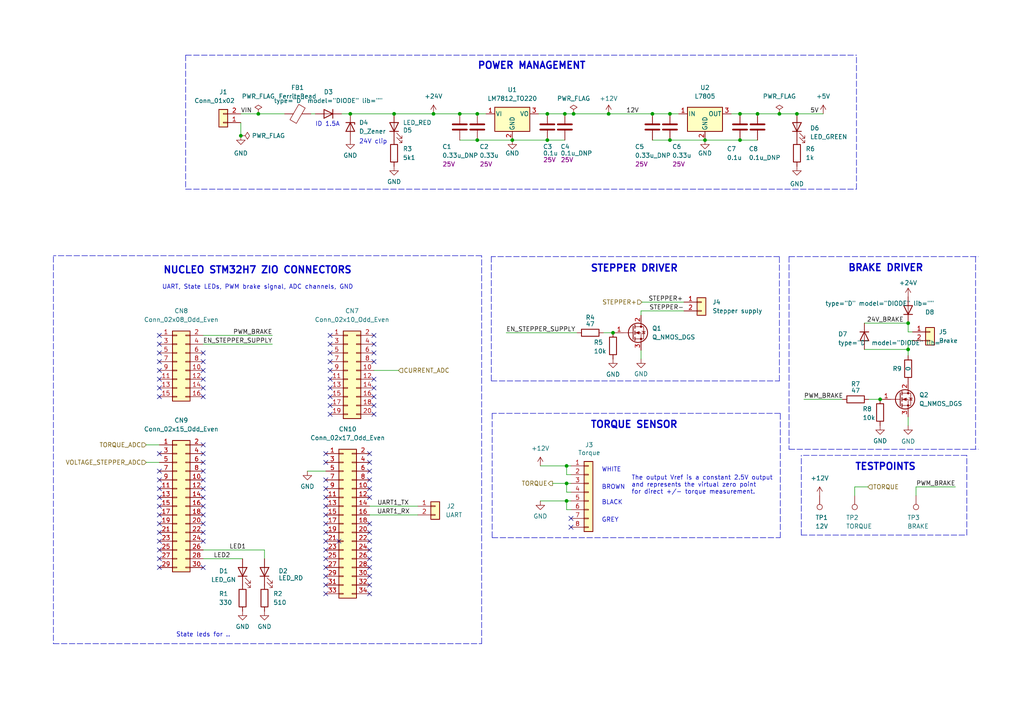
<source format=kicad_sch>
(kicad_sch (version 20211123) (generator eeschema)
  (paper "A4")
  (lib_symbols
    (symbol "Connector:TestPoint" (pin_numbers hide) (pin_names (offset 0.762) hide)
      (property "Reference" "TP" (at 0 6.858 0))
      (property "Value" "TestPoint" (at 0 5.08 0))
      (symbol "TestPoint_0_1"
        (circle (center 0 3.302) (radius 0.762))
      )
      (symbol "TestPoint_1_1"
        (pin passive line (at 0 0 90) (length 2.54) (name "1") (number "1"))
      )
    )
    (symbol "Connector_Generic:Conn_01x02" (pin_names (offset 1.016) hide)
      (property "Reference" "J" (at 0 2.54 0))
      (property "Value" "Conn_01x02" (at 0 -5.08 0))
      (symbol "Conn_01x02_1_1"
        (rectangle (start -1.27 -2.413) (end 0 -2.667) (stroke (width 0.1524)))
        (rectangle (start -1.27 0.127) (end 0 -0.127) (stroke (width 0.1524)))
        (rectangle (start -1.27 1.27) (end 1.27 -3.81) (stroke (width 0.254)) (fill (type background)))
        (pin passive line (at -5.08 0 0) (length 3.81) (name "Pin_1") (number "1"))
        (pin passive line (at -5.08 -2.54 0) (length 3.81) (name "Pin_2") (number "2"))
      )
    )
    (symbol "Connector_Generic:Conn_01x08" (pin_names (offset 1.016) hide)
      (property "Reference" "J" (at 0 10.16 0))
      (property "Value" "Conn_01x08" (at 0 -12.7 0))
      (symbol "Conn_01x08_1_1"
        (rectangle (start -1.27 -10.033) (end 0 -10.287) (stroke (width 0.1524)))
        (rectangle (start -1.27 -7.493) (end 0 -7.747) (stroke (width 0.1524)))
        (rectangle (start -1.27 -4.953) (end 0 -5.207) (stroke (width 0.1524)))
        (rectangle (start -1.27 -2.413) (end 0 -2.667) (stroke (width 0.1524)))
        (rectangle (start -1.27 0.127) (end 0 -0.127) (stroke (width 0.1524)))
        (rectangle (start -1.27 2.667) (end 0 2.413) (stroke (width 0.1524)))
        (rectangle (start -1.27 5.207) (end 0 4.953) (stroke (width 0.1524)))
        (rectangle (start -1.27 7.747) (end 0 7.493) (stroke (width 0.1524)))
        (rectangle (start -1.27 8.89) (end 1.27 -11.43) (stroke (width 0.254)) (fill (type background)))
        (pin passive line (at -5.08 7.62 0) (length 3.81) (name "Pin_1") (number "1"))
        (pin passive line (at -5.08 5.08 0) (length 3.81) (name "Pin_2") (number "2"))
        (pin passive line (at -5.08 2.54 0) (length 3.81) (name "Pin_3") (number "3"))
        (pin passive line (at -5.08 0 0) (length 3.81) (name "Pin_4") (number "4"))
        (pin passive line (at -5.08 -2.54 0) (length 3.81) (name "Pin_5") (number "5"))
        (pin passive line (at -5.08 -5.08 0) (length 3.81) (name "Pin_6") (number "6"))
        (pin passive line (at -5.08 -7.62 0) (length 3.81) (name "Pin_7") (number "7"))
        (pin passive line (at -5.08 -10.16 0) (length 3.81) (name "Pin_8") (number "8"))
      )
    )
    (symbol "Connector_Generic:Conn_02x08_Odd_Even" (pin_names (offset 1.016) hide)
      (property "Reference" "J" (at 1.27 10.16 0))
      (property "Value" "Conn_02x08_Odd_Even" (at 1.27 -12.7 0))
      (symbol "Conn_02x08_Odd_Even_1_1"
        (rectangle (start -1.27 -10.033) (end 0 -10.287) (stroke (width 0.1524)))
        (rectangle (start -1.27 -7.493) (end 0 -7.747) (stroke (width 0.1524)))
        (rectangle (start -1.27 -4.953) (end 0 -5.207) (stroke (width 0.1524)))
        (rectangle (start -1.27 -2.413) (end 0 -2.667) (stroke (width 0.1524)))
        (rectangle (start -1.27 0.127) (end 0 -0.127) (stroke (width 0.1524)))
        (rectangle (start -1.27 2.667) (end 0 2.413) (stroke (width 0.1524)))
        (rectangle (start -1.27 5.207) (end 0 4.953) (stroke (width 0.1524)))
        (rectangle (start -1.27 7.747) (end 0 7.493) (stroke (width 0.1524)))
        (rectangle (start -1.27 8.89) (end 3.81 -11.43) (stroke (width 0.254)) (fill (type background)))
        (rectangle (start 3.81 -10.033) (end 2.54 -10.287) (stroke (width 0.1524)))
        (rectangle (start 3.81 -7.493) (end 2.54 -7.747) (stroke (width 0.1524)))
        (rectangle (start 3.81 -4.953) (end 2.54 -5.207) (stroke (width 0.1524)))
        (rectangle (start 3.81 -2.413) (end 2.54 -2.667) (stroke (width 0.1524)))
        (rectangle (start 3.81 0.127) (end 2.54 -0.127) (stroke (width 0.1524)))
        (rectangle (start 3.81 2.667) (end 2.54 2.413) (stroke (width 0.1524)))
        (rectangle (start 3.81 5.207) (end 2.54 4.953) (stroke (width 0.1524)))
        (rectangle (start 3.81 7.747) (end 2.54 7.493) (stroke (width 0.1524)))
        (pin passive line (at -5.08 7.62 0) (length 3.81) (name "Pin_1") (number "1"))
        (pin passive line (at 7.62 -2.54 180) (length 3.81) (name "Pin_10") (number "10"))
        (pin passive line (at -5.08 -5.08 0) (length 3.81) (name "Pin_11") (number "11"))
        (pin passive line (at 7.62 -5.08 180) (length 3.81) (name "Pin_12") (number "12"))
        (pin passive line (at -5.08 -7.62 0) (length 3.81) (name "Pin_13") (number "13"))
        (pin passive line (at 7.62 -7.62 180) (length 3.81) (name "Pin_14") (number "14"))
        (pin passive line (at -5.08 -10.16 0) (length 3.81) (name "Pin_15") (number "15"))
        (pin passive line (at 7.62 -10.16 180) (length 3.81) (name "Pin_16") (number "16"))
        (pin passive line (at 7.62 7.62 180) (length 3.81) (name "Pin_2") (number "2"))
        (pin passive line (at -5.08 5.08 0) (length 3.81) (name "Pin_3") (number "3"))
        (pin passive line (at 7.62 5.08 180) (length 3.81) (name "Pin_4") (number "4"))
        (pin passive line (at -5.08 2.54 0) (length 3.81) (name "Pin_5") (number "5"))
        (pin passive line (at 7.62 2.54 180) (length 3.81) (name "Pin_6") (number "6"))
        (pin passive line (at -5.08 0 0) (length 3.81) (name "Pin_7") (number "7"))
        (pin passive line (at 7.62 0 180) (length 3.81) (name "Pin_8") (number "8"))
        (pin passive line (at -5.08 -2.54 0) (length 3.81) (name "Pin_9") (number "9"))
      )
    )
    (symbol "Connector_Generic:Conn_02x10_Odd_Even" (pin_names (offset 1.016) hide)
      (property "Reference" "J" (at 1.27 12.7 0))
      (property "Value" "Conn_02x10_Odd_Even" (at 1.27 -15.24 0))
      (symbol "Conn_02x10_Odd_Even_1_1"
        (rectangle (start -1.27 -12.573) (end 0 -12.827) (stroke (width 0.1524)))
        (rectangle (start -1.27 -10.033) (end 0 -10.287) (stroke (width 0.1524)))
        (rectangle (start -1.27 -7.493) (end 0 -7.747) (stroke (width 0.1524)))
        (rectangle (start -1.27 -4.953) (end 0 -5.207) (stroke (width 0.1524)))
        (rectangle (start -1.27 -2.413) (end 0 -2.667) (stroke (width 0.1524)))
        (rectangle (start -1.27 0.127) (end 0 -0.127) (stroke (width 0.1524)))
        (rectangle (start -1.27 2.667) (end 0 2.413) (stroke (width 0.1524)))
        (rectangle (start -1.27 5.207) (end 0 4.953) (stroke (width 0.1524)))
        (rectangle (start -1.27 7.747) (end 0 7.493) (stroke (width 0.1524)))
        (rectangle (start -1.27 10.287) (end 0 10.033) (stroke (width 0.1524)))
        (rectangle (start -1.27 11.43) (end 3.81 -13.97) (stroke (width 0.254)) (fill (type background)))
        (rectangle (start 3.81 -12.573) (end 2.54 -12.827) (stroke (width 0.1524)))
        (rectangle (start 3.81 -10.033) (end 2.54 -10.287) (stroke (width 0.1524)))
        (rectangle (start 3.81 -7.493) (end 2.54 -7.747) (stroke (width 0.1524)))
        (rectangle (start 3.81 -4.953) (end 2.54 -5.207) (stroke (width 0.1524)))
        (rectangle (start 3.81 -2.413) (end 2.54 -2.667) (stroke (width 0.1524)))
        (rectangle (start 3.81 0.127) (end 2.54 -0.127) (stroke (width 0.1524)))
        (rectangle (start 3.81 2.667) (end 2.54 2.413) (stroke (width 0.1524)))
        (rectangle (start 3.81 5.207) (end 2.54 4.953) (stroke (width 0.1524)))
        (rectangle (start 3.81 7.747) (end 2.54 7.493) (stroke (width 0.1524)))
        (rectangle (start 3.81 10.287) (end 2.54 10.033) (stroke (width 0.1524)))
        (pin passive line (at -5.08 10.16 0) (length 3.81) (name "Pin_1") (number "1"))
        (pin passive line (at 7.62 0 180) (length 3.81) (name "Pin_10") (number "10"))
        (pin passive line (at -5.08 -2.54 0) (length 3.81) (name "Pin_11") (number "11"))
        (pin passive line (at 7.62 -2.54 180) (length 3.81) (name "Pin_12") (number "12"))
        (pin passive line (at -5.08 -5.08 0) (length 3.81) (name "Pin_13") (number "13"))
        (pin passive line (at 7.62 -5.08 180) (length 3.81) (name "Pin_14") (number "14"))
        (pin passive line (at -5.08 -7.62 0) (length 3.81) (name "Pin_15") (number "15"))
        (pin passive line (at 7.62 -7.62 180) (length 3.81) (name "Pin_16") (number "16"))
        (pin passive line (at -5.08 -10.16 0) (length 3.81) (name "Pin_17") (number "17"))
        (pin passive line (at 7.62 -10.16 180) (length 3.81) (name "Pin_18") (number "18"))
        (pin passive line (at -5.08 -12.7 0) (length 3.81) (name "Pin_19") (number "19"))
        (pin passive line (at 7.62 10.16 180) (length 3.81) (name "Pin_2") (number "2"))
        (pin passive line (at 7.62 -12.7 180) (length 3.81) (name "Pin_20") (number "20"))
        (pin passive line (at -5.08 7.62 0) (length 3.81) (name "Pin_3") (number "3"))
        (pin passive line (at 7.62 7.62 180) (length 3.81) (name "Pin_4") (number "4"))
        (pin passive line (at -5.08 5.08 0) (length 3.81) (name "Pin_5") (number "5"))
        (pin passive line (at 7.62 5.08 180) (length 3.81) (name "Pin_6") (number "6"))
        (pin passive line (at -5.08 2.54 0) (length 3.81) (name "Pin_7") (number "7"))
        (pin passive line (at 7.62 2.54 180) (length 3.81) (name "Pin_8") (number "8"))
        (pin passive line (at -5.08 0 0) (length 3.81) (name "Pin_9") (number "9"))
      )
    )
    (symbol "Connector_Generic:Conn_02x15_Odd_Even" (pin_names (offset 1.016) hide)
      (property "Reference" "J" (at 1.27 20.32 0))
      (property "Value" "Conn_02x15_Odd_Even" (at 1.27 -20.32 0))
      (symbol "Conn_02x15_Odd_Even_1_1"
        (rectangle (start -1.27 -17.653) (end 0 -17.907) (stroke (width 0.1524)))
        (rectangle (start -1.27 -15.113) (end 0 -15.367) (stroke (width 0.1524)))
        (rectangle (start -1.27 -12.573) (end 0 -12.827) (stroke (width 0.1524)))
        (rectangle (start -1.27 -10.033) (end 0 -10.287) (stroke (width 0.1524)))
        (rectangle (start -1.27 -7.493) (end 0 -7.747) (stroke (width 0.1524)))
        (rectangle (start -1.27 -4.953) (end 0 -5.207) (stroke (width 0.1524)))
        (rectangle (start -1.27 -2.413) (end 0 -2.667) (stroke (width 0.1524)))
        (rectangle (start -1.27 0.127) (end 0 -0.127) (stroke (width 0.1524)))
        (rectangle (start -1.27 2.667) (end 0 2.413) (stroke (width 0.1524)))
        (rectangle (start -1.27 5.207) (end 0 4.953) (stroke (width 0.1524)))
        (rectangle (start -1.27 7.747) (end 0 7.493) (stroke (width 0.1524)))
        (rectangle (start -1.27 10.287) (end 0 10.033) (stroke (width 0.1524)))
        (rectangle (start -1.27 12.827) (end 0 12.573) (stroke (width 0.1524)))
        (rectangle (start -1.27 15.367) (end 0 15.113) (stroke (width 0.1524)))
        (rectangle (start -1.27 17.907) (end 0 17.653) (stroke (width 0.1524)))
        (rectangle (start -1.27 19.05) (end 3.81 -19.05) (stroke (width 0.254)) (fill (type background)))
        (rectangle (start 3.81 -17.653) (end 2.54 -17.907) (stroke (width 0.1524)))
        (rectangle (start 3.81 -15.113) (end 2.54 -15.367) (stroke (width 0.1524)))
        (rectangle (start 3.81 -12.573) (end 2.54 -12.827) (stroke (width 0.1524)))
        (rectangle (start 3.81 -10.033) (end 2.54 -10.287) (stroke (width 0.1524)))
        (rectangle (start 3.81 -7.493) (end 2.54 -7.747) (stroke (width 0.1524)))
        (rectangle (start 3.81 -4.953) (end 2.54 -5.207) (stroke (width 0.1524)))
        (rectangle (start 3.81 -2.413) (end 2.54 -2.667) (stroke (width 0.1524)))
        (rectangle (start 3.81 0.127) (end 2.54 -0.127) (stroke (width 0.1524)))
        (rectangle (start 3.81 2.667) (end 2.54 2.413) (stroke (width 0.1524)))
        (rectangle (start 3.81 5.207) (end 2.54 4.953) (stroke (width 0.1524)))
        (rectangle (start 3.81 7.747) (end 2.54 7.493) (stroke (width 0.1524)))
        (rectangle (start 3.81 10.287) (end 2.54 10.033) (stroke (width 0.1524)))
        (rectangle (start 3.81 12.827) (end 2.54 12.573) (stroke (width 0.1524)))
        (rectangle (start 3.81 15.367) (end 2.54 15.113) (stroke (width 0.1524)))
        (rectangle (start 3.81 17.907) (end 2.54 17.653) (stroke (width 0.1524)))
        (pin passive line (at -5.08 17.78 0) (length 3.81) (name "Pin_1") (number "1"))
        (pin passive line (at 7.62 7.62 180) (length 3.81) (name "Pin_10") (number "10"))
        (pin passive line (at -5.08 5.08 0) (length 3.81) (name "Pin_11") (number "11"))
        (pin passive line (at 7.62 5.08 180) (length 3.81) (name "Pin_12") (number "12"))
        (pin passive line (at -5.08 2.54 0) (length 3.81) (name "Pin_13") (number "13"))
        (pin passive line (at 7.62 2.54 180) (length 3.81) (name "Pin_14") (number "14"))
        (pin passive line (at -5.08 0 0) (length 3.81) (name "Pin_15") (number "15"))
        (pin passive line (at 7.62 0 180) (length 3.81) (name "Pin_16") (number "16"))
        (pin passive line (at -5.08 -2.54 0) (length 3.81) (name "Pin_17") (number "17"))
        (pin passive line (at 7.62 -2.54 180) (length 3.81) (name "Pin_18") (number "18"))
        (pin passive line (at -5.08 -5.08 0) (length 3.81) (name "Pin_19") (number "19"))
        (pin passive line (at 7.62 17.78 180) (length 3.81) (name "Pin_2") (number "2"))
        (pin passive line (at 7.62 -5.08 180) (length 3.81) (name "Pin_20") (number "20"))
        (pin passive line (at -5.08 -7.62 0) (length 3.81) (name "Pin_21") (number "21"))
        (pin passive line (at 7.62 -7.62 180) (length 3.81) (name "Pin_22") (number "22"))
        (pin passive line (at -5.08 -10.16 0) (length 3.81) (name "Pin_23") (number "23"))
        (pin passive line (at 7.62 -10.16 180) (length 3.81) (name "Pin_24") (number "24"))
        (pin passive line (at -5.08 -12.7 0) (length 3.81) (name "Pin_25") (number "25"))
        (pin passive line (at 7.62 -12.7 180) (length 3.81) (name "Pin_26") (number "26"))
        (pin passive line (at -5.08 -15.24 0) (length 3.81) (name "Pin_27") (number "27"))
        (pin passive line (at 7.62 -15.24 180) (length 3.81) (name "Pin_28") (number "28"))
        (pin passive line (at -5.08 -17.78 0) (length 3.81) (name "Pin_29") (number "29"))
        (pin passive line (at -5.08 15.24 0) (length 3.81) (name "Pin_3") (number "3"))
        (pin passive line (at 7.62 -17.78 180) (length 3.81) (name "Pin_30") (number "30"))
        (pin passive line (at 7.62 15.24 180) (length 3.81) (name "Pin_4") (number "4"))
        (pin passive line (at -5.08 12.7 0) (length 3.81) (name "Pin_5") (number "5"))
        (pin passive line (at 7.62 12.7 180) (length 3.81) (name "Pin_6") (number "6"))
        (pin passive line (at -5.08 10.16 0) (length 3.81) (name "Pin_7") (number "7"))
        (pin passive line (at 7.62 10.16 180) (length 3.81) (name "Pin_8") (number "8"))
        (pin passive line (at -5.08 7.62 0) (length 3.81) (name "Pin_9") (number "9"))
      )
    )
    (symbol "Connector_Generic:Conn_02x17_Odd_Even" (pin_names (offset 1.016) hide)
      (property "Reference" "J" (at 1.27 22.86 0))
      (property "Value" "Conn_02x17_Odd_Even" (at 1.27 -22.86 0))
      (symbol "Conn_02x17_Odd_Even_1_1"
        (rectangle (start -1.27 -20.193) (end 0 -20.447) (stroke (width 0.1524)))
        (rectangle (start -1.27 -17.653) (end 0 -17.907) (stroke (width 0.1524)))
        (rectangle (start -1.27 -15.113) (end 0 -15.367) (stroke (width 0.1524)))
        (rectangle (start -1.27 -12.573) (end 0 -12.827) (stroke (width 0.1524)))
        (rectangle (start -1.27 -10.033) (end 0 -10.287) (stroke (width 0.1524)))
        (rectangle (start -1.27 -7.493) (end 0 -7.747) (stroke (width 0.1524)))
        (rectangle (start -1.27 -4.953) (end 0 -5.207) (stroke (width 0.1524)))
        (rectangle (start -1.27 -2.413) (end 0 -2.667) (stroke (width 0.1524)))
        (rectangle (start -1.27 0.127) (end 0 -0.127) (stroke (width 0.1524)))
        (rectangle (start -1.27 2.667) (end 0 2.413) (stroke (width 0.1524)))
        (rectangle (start -1.27 5.207) (end 0 4.953) (stroke (width 0.1524)))
        (rectangle (start -1.27 7.747) (end 0 7.493) (stroke (width 0.1524)))
        (rectangle (start -1.27 10.287) (end 0 10.033) (stroke (width 0.1524)))
        (rectangle (start -1.27 12.827) (end 0 12.573) (stroke (width 0.1524)))
        (rectangle (start -1.27 15.367) (end 0 15.113) (stroke (width 0.1524)))
        (rectangle (start -1.27 17.907) (end 0 17.653) (stroke (width 0.1524)))
        (rectangle (start -1.27 20.447) (end 0 20.193) (stroke (width 0.1524)))
        (rectangle (start -1.27 21.59) (end 3.81 -21.59) (stroke (width 0.254)) (fill (type background)))
        (rectangle (start 3.81 -20.193) (end 2.54 -20.447) (stroke (width 0.1524)))
        (rectangle (start 3.81 -17.653) (end 2.54 -17.907) (stroke (width 0.1524)))
        (rectangle (start 3.81 -15.113) (end 2.54 -15.367) (stroke (width 0.1524)))
        (rectangle (start 3.81 -12.573) (end 2.54 -12.827) (stroke (width 0.1524)))
        (rectangle (start 3.81 -10.033) (end 2.54 -10.287) (stroke (width 0.1524)))
        (rectangle (start 3.81 -7.493) (end 2.54 -7.747) (stroke (width 0.1524)))
        (rectangle (start 3.81 -4.953) (end 2.54 -5.207) (stroke (width 0.1524)))
        (rectangle (start 3.81 -2.413) (end 2.54 -2.667) (stroke (width 0.1524)))
        (rectangle (start 3.81 0.127) (end 2.54 -0.127) (stroke (width 0.1524)))
        (rectangle (start 3.81 2.667) (end 2.54 2.413) (stroke (width 0.1524)))
        (rectangle (start 3.81 5.207) (end 2.54 4.953) (stroke (width 0.1524)))
        (rectangle (start 3.81 7.747) (end 2.54 7.493) (stroke (width 0.1524)))
        (rectangle (start 3.81 10.287) (end 2.54 10.033) (stroke (width 0.1524)))
        (rectangle (start 3.81 12.827) (end 2.54 12.573) (stroke (width 0.1524)))
        (rectangle (start 3.81 15.367) (end 2.54 15.113) (stroke (width 0.1524)))
        (rectangle (start 3.81 17.907) (end 2.54 17.653) (stroke (width 0.1524)))
        (rectangle (start 3.81 20.447) (end 2.54 20.193) (stroke (width 0.1524)))
        (pin passive line (at -5.08 20.32 0) (length 3.81) (name "Pin_1") (number "1"))
        (pin passive line (at 7.62 10.16 180) (length 3.81) (name "Pin_10") (number "10"))
        (pin passive line (at -5.08 7.62 0) (length 3.81) (name "Pin_11") (number "11"))
        (pin passive line (at 7.62 7.62 180) (length 3.81) (name "Pin_12") (number "12"))
        (pin passive line (at -5.08 5.08 0) (length 3.81) (name "Pin_13") (number "13"))
        (pin passive line (at 7.62 5.08 180) (length 3.81) (name "Pin_14") (number "14"))
        (pin passive line (at -5.08 2.54 0) (length 3.81) (name "Pin_15") (number "15"))
        (pin passive line (at 7.62 2.54 180) (length 3.81) (name "Pin_16") (number "16"))
        (pin passive line (at -5.08 0 0) (length 3.81) (name "Pin_17") (number "17"))
        (pin passive line (at 7.62 0 180) (length 3.81) (name "Pin_18") (number "18"))
        (pin passive line (at -5.08 -2.54 0) (length 3.81) (name "Pin_19") (number "19"))
        (pin passive line (at 7.62 20.32 180) (length 3.81) (name "Pin_2") (number "2"))
        (pin passive line (at 7.62 -2.54 180) (length 3.81) (name "Pin_20") (number "20"))
        (pin passive line (at -5.08 -5.08 0) (length 3.81) (name "Pin_21") (number "21"))
        (pin passive line (at 7.62 -5.08 180) (length 3.81) (name "Pin_22") (number "22"))
        (pin passive line (at -5.08 -7.62 0) (length 3.81) (name "Pin_23") (number "23"))
        (pin passive line (at 7.62 -7.62 180) (length 3.81) (name "Pin_24") (number "24"))
        (pin passive line (at -5.08 -10.16 0) (length 3.81) (name "Pin_25") (number "25"))
        (pin passive line (at 7.62 -10.16 180) (length 3.81) (name "Pin_26") (number "26"))
        (pin passive line (at -5.08 -12.7 0) (length 3.81) (name "Pin_27") (number "27"))
        (pin passive line (at 7.62 -12.7 180) (length 3.81) (name "Pin_28") (number "28"))
        (pin passive line (at -5.08 -15.24 0) (length 3.81) (name "Pin_29") (number "29"))
        (pin passive line (at -5.08 17.78 0) (length 3.81) (name "Pin_3") (number "3"))
        (pin passive line (at 7.62 -15.24 180) (length 3.81) (name "Pin_30") (number "30"))
        (pin passive line (at -5.08 -17.78 0) (length 3.81) (name "Pin_31") (number "31"))
        (pin passive line (at 7.62 -17.78 180) (length 3.81) (name "Pin_32") (number "32"))
        (pin passive line (at -5.08 -20.32 0) (length 3.81) (name "Pin_33") (number "33"))
        (pin passive line (at 7.62 -20.32 180) (length 3.81) (name "Pin_34") (number "34"))
        (pin passive line (at 7.62 17.78 180) (length 3.81) (name "Pin_4") (number "4"))
        (pin passive line (at -5.08 15.24 0) (length 3.81) (name "Pin_5") (number "5"))
        (pin passive line (at 7.62 15.24 180) (length 3.81) (name "Pin_6") (number "6"))
        (pin passive line (at -5.08 12.7 0) (length 3.81) (name "Pin_7") (number "7"))
        (pin passive line (at 7.62 12.7 180) (length 3.81) (name "Pin_8") (number "8"))
        (pin passive line (at -5.08 10.16 0) (length 3.81) (name "Pin_9") (number "9"))
      )
    )
    (symbol "Device:C" (pin_numbers hide) (pin_names (offset 0.254))
      (property "Reference" "C" (at 0.635 2.54 0))
      (property "Value" "C" (at 0.635 -2.54 0))
      (symbol "C_0_1"
        (polyline (pts (xy -2.032 -0.762) (xy 2.032 -0.762)) (stroke (width 0.508)))
        (polyline (pts (xy -2.032 0.762) (xy 2.032 0.762)) (stroke (width 0.508)))
      )
      (symbol "C_1_1"
        (pin passive line (at 0 3.81 270) (length 2.794) (name "~") (number "1"))
        (pin passive line (at 0 -3.81 90) (length 2.794) (name "~") (number "2"))
      )
    )
    (symbol "Device:D_Zener" (pin_numbers hide) (pin_names (offset 1.016) hide)
      (property "Reference" "D" (at 0 2.54 0))
      (property "Value" "D_Zener" (at 0 -2.54 0))
      (symbol "D_Zener_0_1"
        (polyline (pts (xy 1.27 0) (xy -1.27 0)))
        (polyline (pts (xy -1.27 -1.27) (xy -1.27 1.27) (xy -0.762 1.27)) (stroke (width 0.254)))
        (polyline (pts (xy 1.27 -1.27) (xy 1.27 1.27) (xy -1.27 0) (xy 1.27 -1.27)) (stroke (width 0.254)))
      )
      (symbol "D_Zener_1_1"
        (pin passive line (at -3.81 0 0) (length 2.54) (name "K") (number "1"))
        (pin passive line (at 3.81 0 180) (length 2.54) (name "A") (number "2"))
      )
    )
    (symbol "Device:FerriteBead" (pin_numbers hide) (pin_names (offset 0))
      (property "Reference" "FB" (at -3.81 0.635 90))
      (property "Value" "FerriteBead" (at 3.81 0 90))
      (symbol "FerriteBead_0_1"
        (polyline (pts (xy 0 -1.27) (xy 0 -1.2192)))
        (polyline (pts (xy 0 1.27) (xy 0 1.2954)))
        (polyline (pts (xy -2.7686 0.4064) (xy -1.7018 2.2606) (xy 2.7686 -0.3048) (xy 1.6764 -2.159) (xy -2.7686 0.4064)))
      )
      (symbol "FerriteBead_1_1"
        (pin passive line (at 0 3.81 270) (length 2.54) (name "~") (number "1"))
        (pin passive line (at 0 -3.81 90) (length 2.54) (name "~") (number "2"))
      )
    )
    (symbol "Device:LED" (pin_numbers hide) (pin_names (offset 1.016) hide)
      (property "Reference" "D" (at 0 2.54 0))
      (property "Value" "LED" (at 0 -2.54 0))
      (symbol "LED_0_1"
        (polyline (pts (xy -1.27 -1.27) (xy -1.27 1.27)) (stroke (width 0.254)))
        (polyline (pts (xy -1.27 0) (xy 1.27 0)))
        (polyline (pts (xy 1.27 -1.27) (xy 1.27 1.27) (xy -1.27 0) (xy 1.27 -1.27)) (stroke (width 0.254)))
        (polyline (pts (xy -3.048 -0.762) (xy -4.572 -2.286) (xy -3.81 -2.286) (xy -4.572 -2.286) (xy -4.572 -1.524)))
        (polyline (pts (xy -1.778 -0.762) (xy -3.302 -2.286) (xy -2.54 -2.286) (xy -3.302 -2.286) (xy -3.302 -1.524)))
      )
      (symbol "LED_1_1"
        (pin passive line (at -3.81 0 0) (length 2.54) (name "K") (number "1"))
        (pin passive line (at 3.81 0 180) (length 2.54) (name "A") (number "2"))
      )
    )
    (symbol "Device:Q_NMOS_GDS" (pin_names (offset 0) hide)
      (property "Reference" "Q" (at 5.08 1.27 0))
      (property "Value" "Q_NMOS_GDS" (at 5.08 -1.27 0))
      (symbol "Q_NMOS_GDS_0_1"
        (polyline (pts (xy 0.254 0) (xy -2.54 0)))
        (polyline (pts (xy 0.254 1.905) (xy 0.254 -1.905)) (stroke (width 0.254)))
        (polyline (pts (xy 0.762 -1.27) (xy 0.762 -2.286)) (stroke (width 0.254)))
        (polyline (pts (xy 0.762 0.508) (xy 0.762 -0.508)) (stroke (width 0.254)))
        (polyline (pts (xy 0.762 2.286) (xy 0.762 1.27)) (stroke (width 0.254)))
        (polyline (pts (xy 2.54 2.54) (xy 2.54 1.778)))
        (polyline (pts (xy 2.54 -2.54) (xy 2.54 0) (xy 0.762 0)))
        (polyline (pts (xy 0.762 -1.778) (xy 3.302 -1.778) (xy 3.302 1.778) (xy 0.762 1.778)))
        (polyline (pts (xy 1.016 0) (xy 2.032 0.381) (xy 2.032 -0.381) (xy 1.016 0)) (fill (type outline)))
        (polyline (pts (xy 2.794 0.508) (xy 2.921 0.381) (xy 3.683 0.381) (xy 3.81 0.254)))
        (polyline (pts (xy 3.302 0.381) (xy 2.921 -0.254) (xy 3.683 -0.254) (xy 3.302 0.381)))
        (circle (center 1.651 0) (radius 2.794) (stroke (width 0.254)))
        (circle (center 2.54 -1.778) (radius 0.254) (fill (type outline)))
        (circle (center 2.54 1.778) (radius 0.254) (fill (type outline)))
      )
      (symbol "Q_NMOS_GDS_1_1"
        (pin input line (at -5.08 0 0) (length 2.54) (name "G") (number "1"))
        (pin passive line (at 2.54 5.08 270) (length 2.54) (name "D") (number "2"))
        (pin passive line (at 2.54 -5.08 90) (length 2.54) (name "S") (number "3"))
      )
    )
    (symbol "Device:R" (pin_numbers hide) (pin_names (offset 0))
      (property "Reference" "R" (at 2.032 0 90))
      (property "Value" "R" (at 0 0 90))
      (symbol "R_0_1"
        (rectangle (start -1.016 -2.54) (end 1.016 2.54) (stroke (width 0.254)))
      )
      (symbol "R_1_1"
        (pin passive line (at 0 3.81 270) (length 1.27) (name "~") (number "1"))
        (pin passive line (at 0 -3.81 90) (length 1.27) (name "~") (number "2"))
      )
    )
    (symbol "Regulator_Linear:L7805" (pin_names (offset 0.254))
      (property "Reference" "U" (at -3.81 3.175 0))
      (property "Value" "L7805" (at 0 3.175 0))
      (symbol "L7805_0_1"
        (rectangle (start -5.08 1.905) (end 5.08 -5.08) (stroke (width 0.254)) (fill (type background)))
      )
      (symbol "L7805_1_1"
        (pin power_in line (at -7.62 0 0) (length 2.54) (name "IN") (number "1"))
        (pin power_in line (at 0 -7.62 90) (length 2.54) (name "GND") (number "2"))
        (pin power_out line (at 7.62 0 180) (length 2.54) (name "OUT") (number "3"))
      )
    )
    (symbol "Regulator_Linear:LM7812_TO220" (pin_names (offset 0.254))
      (property "Reference" "U" (at -3.81 3.175 0))
      (property "Value" "LM7812_TO220" (at 0 3.175 0))
      (symbol "LM7812_TO220_0_1"
        (rectangle (start -5.08 1.905) (end 5.08 -5.08) (stroke (width 0.254)) (fill (type background)))
      )
      (symbol "LM7812_TO220_1_1"
        (pin power_in line (at -7.62 0 0) (length 2.54) (name "VI") (number "1"))
        (pin power_in line (at 0 -7.62 90) (length 2.54) (name "GND") (number "2"))
        (pin power_out line (at 7.62 0 180) (length 2.54) (name "VO") (number "3"))
      )
    )
    (symbol "Simulation_SPICE:DIODE" (pin_numbers hide) (pin_names (offset 1.016) hide)
      (property "Reference" "D" (at 0 2.54 0))
      (property "Value" "DIODE" (at 0 -2.54 0))
      (symbol "DIODE_0_1"
        (polyline (pts (xy 1.27 0) (xy -1.27 0)))
        (polyline (pts (xy 1.27 1.27) (xy 1.27 -1.27)) (stroke (width 0.254)))
        (polyline (pts (xy -1.27 -1.27) (xy -1.27 1.27) (xy 1.27 0) (xy -1.27 -1.27)) (stroke (width 0.254)))
      )
      (symbol "DIODE_1_1"
        (pin passive line (at -3.81 0 0) (length 2.54) (name "A") (number "1"))
        (pin passive line (at 3.81 0 180) (length 2.54) (name "K") (number "2"))
      )
    )
    (symbol "power:+12V" (power) (pin_names (offset 0))
      (property "Value" "+12V" (at 0 3.556 0))
      (symbol "+12V_0_1"
        (polyline (pts (xy -0.762 1.27) (xy 0 2.54)))
        (polyline (pts (xy 0 0) (xy 0 2.54)))
        (polyline (pts (xy 0 2.54) (xy 0.762 1.27)))
      )
      (symbol "+12V_1_1"
        (pin power_in line (at 0 0 90) (length 0) hide (name "+12V") (number "1"))
      )
    )
    (symbol "power:+24V" (power) (pin_names (offset 0))
      (property "Value" "+24V" (at 0 3.556 0))
      (symbol "+24V_0_1"
        (polyline (pts (xy -0.762 1.27) (xy 0 2.54)))
        (polyline (pts (xy 0 0) (xy 0 2.54)))
        (polyline (pts (xy 0 2.54) (xy 0.762 1.27)))
      )
      (symbol "+24V_1_1"
        (pin power_in line (at 0 0 90) (length 0) hide (name "+24V") (number "1"))
      )
    )
    (symbol "power:+5V" (power) (pin_names (offset 0))
      (property "Value" "+5V" (at 0 3.556 0))
      (symbol "+5V_0_1"
        (polyline (pts (xy -0.762 1.27) (xy 0 2.54)))
        (polyline (pts (xy 0 0) (xy 0 2.54)))
        (polyline (pts (xy 0 2.54) (xy 0.762 1.27)))
      )
      (symbol "+5V_1_1"
        (pin power_in line (at 0 0 90) (length 0) hide (name "+5V") (number "1"))
      )
    )
    (symbol "power:GND" (power) (pin_names (offset 0))
      (property "Value" "GND" (at 0 -3.81 0))
      (symbol "GND_0_1"
        (polyline (pts (xy 0 0) (xy 0 -1.27) (xy 1.27 -1.27) (xy 0 -2.54) (xy -1.27 -1.27) (xy 0 -1.27)))
      )
      (symbol "GND_1_1"
        (pin power_in line (at 0 0 270) (length 0) hide (name "GND") (number "1"))
      )
    )
    (symbol "power:PWR_FLAG" (power) (pin_numbers hide) (pin_names (offset 0) hide)
      (property "Value" "PWR_FLAG" (at 0 3.81 0))
      (symbol "PWR_FLAG_0_0"
        (pin power_out line (at 0 0 90) (length 0) (name "pwr") (number "1"))
      )
      (symbol "PWR_FLAG_0_1"
        (polyline (pts (xy 0 0) (xy 0 1.27) (xy -1.016 1.905) (xy 0 2.54) (xy 1.016 1.905) (xy 0 1.27)))
      )
    )
  )
  (junction (at 255.27 115.824))
  (junction (at 138.43 33.02))
  (junction (at 231.14 33.02))
  (junction (at 125.73 33.02))
  (junction (at 133.35 33.02))
  (junction (at 194.31 40.64))
  (junction (at 148.59 40.64))
  (junction (at 214.63 33.02))
  (junction (at 204.47 40.64))
  (junction (at 74.93 33.02))
  (junction (at 164.338 145.288))
  (junction (at 177.8 96.52))
  (junction (at 164.338 140.208))
  (junction (at 158.75 40.64))
  (junction (at 263.398 101.346))
  (junction (at 69.85 39.37))
  (junction (at 101.6 33.02))
  (junction (at 214.63 40.64))
  (junction (at 138.43 40.64))
  (junction (at 166.37 33.02))
  (junction (at 114.3 33.02))
  (junction (at 194.31 33.02))
  (junction (at 263.398 93.726))
  (junction (at 219.71 33.02))
  (junction (at 164.338 135.128))
  (junction (at 163.83 33.02))
  (junction (at 189.23 33.02))
  (junction (at 176.53 33.02))
  (junction (at 158.75 33.02))
  (junction (at 226.06 33.02))
  (no_connect (at 58.928 115.062))
  (no_connect (at 58.928 136.652))
  (no_connect (at 107.188 169.672))
  (no_connect (at 58.928 107.442))
  (no_connect (at 46.228 162.052))
  (no_connect (at 94.488 141.732))
  (no_connect (at 107.188 156.972))
  (no_connect (at 94.488 164.592))
  (no_connect (at 46.228 144.272))
  (no_connect (at 108.458 109.982))
  (no_connect (at 46.228 131.572))
  (no_connect (at 94.488 162.052))
  (no_connect (at 46.228 156.972))
  (no_connect (at 107.188 151.892))
  (no_connect (at 94.488 144.272))
  (no_connect (at 108.458 97.282))
  (no_connect (at 94.488 134.112))
  (no_connect (at 58.928 144.272))
  (no_connect (at 58.928 139.192))
  (no_connect (at 46.228 102.362))
  (no_connect (at 94.488 139.192))
  (no_connect (at 95.758 102.362))
  (no_connect (at 107.188 159.512))
  (no_connect (at 46.228 154.432))
  (no_connect (at 95.758 109.982))
  (no_connect (at 46.228 159.512))
  (no_connect (at 95.758 107.442))
  (no_connect (at 58.928 154.432))
  (no_connect (at 94.488 172.212))
  (no_connect (at 46.228 136.652))
  (no_connect (at 95.758 97.282))
  (no_connect (at 107.188 167.132))
  (no_connect (at 94.488 167.132))
  (no_connect (at 58.928 151.892))
  (no_connect (at 94.488 151.892))
  (no_connect (at 58.928 131.572))
  (no_connect (at 95.758 115.062))
  (no_connect (at 95.758 117.602))
  (no_connect (at 46.228 139.192))
  (no_connect (at 94.488 154.432))
  (no_connect (at 107.188 141.732))
  (no_connect (at 46.228 104.902))
  (no_connect (at 165.608 150.368))
  (no_connect (at 46.228 97.282))
  (no_connect (at 95.758 99.822))
  (no_connect (at 108.458 102.362))
  (no_connect (at 58.928 156.972))
  (no_connect (at 107.188 172.212))
  (no_connect (at 58.928 102.362))
  (no_connect (at 94.488 156.972))
  (no_connect (at 46.228 149.352))
  (no_connect (at 94.488 131.572))
  (no_connect (at 107.188 162.052))
  (no_connect (at 107.188 131.572))
  (no_connect (at 46.228 146.812))
  (no_connect (at 46.228 115.062))
  (no_connect (at 94.488 146.812))
  (no_connect (at 95.758 112.522))
  (no_connect (at 108.458 104.902))
  (no_connect (at 107.188 139.192))
  (no_connect (at 58.928 112.522))
  (no_connect (at 58.928 129.032))
  (no_connect (at 108.458 117.602))
  (no_connect (at 58.928 104.902))
  (no_connect (at 107.188 154.432))
  (no_connect (at 95.758 104.902))
  (no_connect (at 58.928 109.982))
  (no_connect (at 58.928 164.592))
  (no_connect (at 58.928 134.112))
  (no_connect (at 58.928 149.352))
  (no_connect (at 108.458 112.522))
  (no_connect (at 107.188 164.592))
  (no_connect (at 107.188 134.112))
  (no_connect (at 46.228 99.822))
  (no_connect (at 46.228 164.592))
  (no_connect (at 46.228 107.442))
  (no_connect (at 107.188 136.652))
  (no_connect (at 98.298 156.972))
  (no_connect (at 165.608 152.908))
  (no_connect (at 46.228 112.522))
  (no_connect (at 108.458 115.062))
  (no_connect (at 94.488 159.512))
  (no_connect (at 107.188 144.272))
  (no_connect (at 94.488 169.672))
  (no_connect (at 46.228 151.892))
  (no_connect (at 95.758 120.142))
  (no_connect (at 58.928 141.732))
  (no_connect (at 94.488 149.352))
  (no_connect (at 46.228 109.982))
  (no_connect (at 108.458 120.142))
  (no_connect (at 58.928 146.812))
  (no_connect (at 46.228 141.732))
  (no_connect (at 108.458 99.822))
  (wire (pts (xy 164.338 140.208) (xy 165.608 140.208)))
  (wire (pts (xy 164.338 137.668) (xy 165.608 137.668)))
  (wire (pts (xy 156.718 135.128) (xy 164.338 135.128)))
  (wire (pts (xy 58.928 159.512) (xy 76.708 159.512)))
  (polyline (pts (xy 226.314 155.956) (xy 226.314 119.888)))
  (wire (pts (xy 165.608 147.828) (xy 164.338 147.828)))
  (wire (pts (xy 69.85 33.02) (xy 74.93 33.02)))
  (wire (pts (xy 251.714 141.224) (xy 247.904 141.224)))
  (wire (pts (xy 164.338 135.128) (xy 164.338 137.668)))
  (wire (pts (xy 226.06 33.02) (xy 231.14 33.02)))
  (wire (pts (xy 233.172 115.824) (xy 244.348 115.824)))
  (polyline (pts (xy 226.314 119.888) (xy 142.748 119.888)))
  (wire (pts (xy 99.06 33.02) (xy 101.6 33.02)))
  (polyline (pts (xy 280.416 132.08) (xy 232.41 132.08)))
  (wire (pts (xy 46.228 134.112) (xy 42.418 134.112)))
  (wire (pts (xy 214.63 40.64) (xy 219.71 40.64)))
  (wire (pts (xy 58.928 99.822) (xy 78.994 99.822)))
  (wire (pts (xy 189.23 33.02) (xy 194.31 33.02)))
  (wire (pts (xy 166.37 33.02) (xy 176.53 33.02)))
  (wire (pts (xy 164.338 135.128) (xy 165.608 135.128)))
  (polyline (pts (xy 232.41 155.194) (xy 280.416 155.194)))
  (wire (pts (xy 58.928 162.052) (xy 70.358 162.052)))
  (wire (pts (xy 212.09 33.02) (xy 214.63 33.02)))
  (polyline (pts (xy 139.7 74.168) (xy 15.494 74.168)))
  (wire (pts (xy 219.71 33.02) (xy 226.06 33.02)))
  (polyline (pts (xy 232.41 155.194) (xy 232.41 132.08)))
  (wire (pts (xy 247.904 141.224) (xy 247.904 143.764)))
  (polyline (pts (xy 226.06 74.422) (xy 142.494 74.422)))
  (wire (pts (xy 107.188 146.812) (xy 121.158 146.812)))
  (wire (pts (xy 251.968 115.824) (xy 255.27 115.824)))
  (wire (pts (xy 263.398 120.904) (xy 263.398 123.444)))
  (polyline (pts (xy 53.848 16.002) (xy 248.412 16.002)))
  (wire (pts (xy 194.31 40.64) (xy 204.47 40.64)))
  (wire (pts (xy 69.85 35.56) (xy 69.85 39.37)))
  (wire (pts (xy 204.47 40.64) (xy 214.63 40.64)))
  (polyline (pts (xy 142.494 74.422) (xy 142.494 110.49)))
  (wire (pts (xy 165.608 142.748) (xy 164.338 142.748)))
  (wire (pts (xy 58.928 97.282) (xy 78.994 97.282)))
  (polyline (pts (xy 228.854 130.302) (xy 283.718 130.302)))
  (wire (pts (xy 185.928 101.6) (xy 185.928 104.14)))
  (polyline (pts (xy 280.416 155.194) (xy 280.416 132.08)))
  (wire (pts (xy 263.398 101.346) (xy 263.398 98.806)))
  (wire (pts (xy 158.75 40.64) (xy 163.83 40.64)))
  (wire (pts (xy 277.114 141.224) (xy 265.684 141.224)))
  (wire (pts (xy 101.6 33.02) (xy 114.3 33.02)))
  (wire (pts (xy 231.14 33.02) (xy 238.76 33.02)))
  (wire (pts (xy 114.3 33.02) (xy 125.73 33.02)))
  (polyline (pts (xy 53.848 16.002) (xy 53.848 54.864)))
  (wire (pts (xy 164.338 147.828) (xy 164.338 145.288)))
  (polyline (pts (xy 142.494 110.49) (xy 226.06 110.49)))
  (wire (pts (xy 185.928 90.17) (xy 185.928 91.44)))
  (wire (pts (xy 158.75 33.02) (xy 163.83 33.02)))
  (polyline (pts (xy 226.06 110.49) (xy 226.06 74.422)))
  (polyline (pts (xy 53.848 54.864) (xy 248.412 54.864)))
  (wire (pts (xy 138.43 33.02) (xy 140.97 33.02)))
  (wire (pts (xy 164.338 142.748) (xy 164.338 140.208)))
  (wire (pts (xy 198.374 90.17) (xy 185.928 90.17)))
  (wire (pts (xy 42.418 129.032) (xy 46.228 129.032)))
  (wire (pts (xy 76.708 162.052) (xy 76.708 159.512)))
  (polyline (pts (xy 228.854 74.422) (xy 228.854 130.302)))
  (wire (pts (xy 265.684 141.224) (xy 265.684 143.764)))
  (wire (pts (xy 176.53 33.02) (xy 189.23 33.02)))
  (wire (pts (xy 163.83 33.02) (xy 166.37 33.02)))
  (wire (pts (xy 115.57 107.442) (xy 108.458 107.442)))
  (polyline (pts (xy 142.748 155.956) (xy 226.314 155.956)))
  (wire (pts (xy 263.398 96.266) (xy 263.398 93.726)))
  (polyline (pts (xy 142.748 119.888) (xy 142.748 155.956)))
  (wire (pts (xy 250.698 93.726) (xy 263.398 93.726)))
  (wire (pts (xy 138.43 40.64) (xy 148.59 40.64)))
  (wire (pts (xy 160.274 140.208) (xy 164.338 140.208)))
  (polyline (pts (xy 228.854 74.422) (xy 283.718 74.422)))
  (wire (pts (xy 255.27 115.824) (xy 255.778 115.824)))
  (wire (pts (xy 125.73 33.02) (xy 133.35 33.02)))
  (wire (pts (xy 107.188 149.352) (xy 121.158 149.352)))
  (wire (pts (xy 175.006 96.52) (xy 177.8 96.52)))
  (polyline (pts (xy 139.7 186.69) (xy 139.7 74.168)))
  (polyline (pts (xy 282.956 74.422) (xy 282.956 130.302)))
  (polyline (pts (xy 248.412 54.864) (xy 248.412 16.002)))
  (polyline (pts (xy 15.494 186.69) (xy 139.7 186.69)))
  (wire (pts (xy 90.17 33.02) (xy 91.44 33.02)))
  (wire (pts (xy 94.488 136.652) (xy 89.154 136.652)))
  (wire (pts (xy 148.59 40.64) (xy 158.75 40.64)))
  (wire (pts (xy 164.338 145.288) (xy 165.608 145.288)))
  (wire (pts (xy 133.35 33.02) (xy 138.43 33.02)))
  (wire (pts (xy 156.718 145.288) (xy 164.338 145.288)))
  (wire (pts (xy 156.21 33.02) (xy 158.75 33.02)))
  (wire (pts (xy 264.668 96.266) (xy 263.398 96.266)))
  (wire (pts (xy 263.398 98.806) (xy 264.668 98.806)))
  (wire (pts (xy 194.31 33.02) (xy 196.85 33.02)))
  (wire (pts (xy 189.23 40.64) (xy 194.31 40.64)))
  (polyline (pts (xy 15.494 74.422) (xy 15.494 186.69)))
  (wire (pts (xy 133.35 40.64) (xy 138.43 40.64)))
  (wire (pts (xy 250.698 101.346) (xy 263.398 101.346)))
  (wire (pts (xy 146.812 96.52) (xy 167.386 96.52)))
  (wire (pts (xy 177.8 96.52) (xy 178.308 96.52)))
  (wire (pts (xy 263.398 101.346) (xy 263.398 103.124)))
  (wire (pts (xy 74.93 33.02) (xy 82.55 33.02)))
  (wire (pts (xy 214.63 33.02) (xy 219.71 33.02)))
  (wire (pts (xy 186.182 87.63) (xy 198.374 87.63)))
  (text "POWER MANAGEMENT\n" (at 138.43 20.32 0) (effects (font (size 2 2) (thickness 0.4) bold) (justify left bottom)))
  (text "WHITE\n" (at 174.498 137.033 0) (effects (font (size 1.27 1.27)) (justify left bottom)))
  (text "24V clip" (at 104.14 41.91 0) (effects (font (size 1.27 1.27)) (justify left bottom)))
  (text "The output Vref is a constant 2.5V output \nand represents the virtual zero point \nfor direct +/- torque measurement." (at 183.134 143.51 0) (effects (font (size 1.27 1.27)) (justify left bottom)))
  (text "NUCLEO STM32H7 ZIO CONNECTORS\n" (at 47.244 79.629 0) (effects (font (size 2 2) bold) (justify left bottom)))
  (text "TORQUE SENSOR " (at 171.196 124.46 0) (effects (font (size 2 2) (thickness 0.4) bold) (justify left bottom)))
  (text "BRAKE DRIVER" (at 245.872 78.994 0) (effects (font (size 2 2) bold) (justify left bottom)))
  (text "BLACK\n" (at 174.498 146.558 0) (effects (font (size 1.27 1.27)) (justify left bottom)))
  (text "STEPPER DRIVER\n" (at 171.196 79.121 0) (effects (font (size 2 2) bold) (justify left bottom)))
  (text "TESTPOINTS\n" (at 247.904 136.652 0) (effects (font (size 2 2) (thickness 0.4) bold) (justify left bottom)))
  (text "State leds for .." (at 51.054 184.912 0) (effects (font (size 1.27 1.27)) (justify left bottom)))
  (text "GREY" (at 174.498 151.638 0) (effects (font (size 1.27 1.27)) (justify left bottom)))
  (text "ID 1.5A\n" (at 91.44 36.83 0) (effects (font (size 1.27 1.27)) (justify left bottom)))
  (text "UART, State LEDs, PWM brake signal, ADC channels, GND" (at 46.99 84.074 0) (effects (font (size 1.27 1.27)) (justify left bottom)))
  (text "BROWN" (at 174.498 142.113 0) (effects (font (size 1.27 1.27)) (justify left bottom)))
  (label "UART1_TX" (at 118.618 146.812 180))
  (label "PWM_BRAKE" (at 277.114 141.224 180))
  (label "LED1" (at 71.374 159.512 180))
  (label "PWM_BRAKE" (at 233.172 115.824 0))
  (label "STEPPER+" (at 198.12 87.63 180))
  (label "12V" (at 181.61 33.02 0))
  (label "EN_STEPPER_SUPPLY" (at 146.812 96.52 0))
  (label "UART1_RX" (at 118.872 149.352 180))
  (label "5V" (at 237.49 33.02 180))
  (label "VIN" (at 69.85 33.02 0))
  (label "PWM_BRAKE" (at 78.994 97.282 180))
  (label "EN_STEPPER_SUPPLY" (at 78.994 99.822 180))
  (label "24V_BRAKE" (at 262.128 93.726 180))
  (label "STEPPER-" (at 198.374 90.17 180))
  (label "LED2" (at 66.802 162.052 180))
  (hierarchical_label "TORQUE_ADC" (shape input) (at 42.418 129.032 180))
  (hierarchical_label "VOLTAGE_STEPPER_ADC" (shape input) (at 42.418 134.112 180))
  (hierarchical_label "TORQUE" (shape output) (at 160.274 140.208 180))
  (hierarchical_label "STEPPER+" (shape input) (at 186.182 87.63 180))
  (hierarchical_label "CURRENT_ADC" (shape input) (at 115.57 107.442 0))
  (hierarchical_label "TORQUE" (shape input) (at 251.714 141.224 0))
  (symbol (lib_id "power:PWR_FLAG") (at 166.37 33.02 0) (unit 1)
    (property "Reference" "#FLG03" (effects hide))
    (property "Value" "PWR_FLAG" (at 166.37 28.575 0))
  )
  (symbol (lib_id "Connector_Generic:Conn_02x08_Odd_Even") (at 51.308 104.902 0) (unit 1)
    (property "Reference" "CN8" (at 52.578 90.17 0))
    (property "Value" "Conn_02x08_Odd_Even" (at 52.578 92.71 0))
    (property "Footprint" "Connector_PinHeader_2.54mm:PinHeader_2x08_P2.54mm_Vertical" (effects hide))
  )
  (symbol (lib_id "Regulator_Linear:L7805") (at 204.47 33.02 0) (unit 1)
    (property "Reference" "U2" (at 204.47 25.4 0))
    (property "Value" "L7805" (at 204.47 27.94 0))
    (property "Footprint" "Package_TO_SOT_THT:TO-220-3_Vertical" (effects hide))
    (property "Datasheet" "http://www.st.com/content/ccc/resource/technical/document/datasheet/41/4f/b3/b0/12/d4/47/88/CD00000444.pdf/files/CD00000444.pdf/jcr:content/translations/en.CD00000444.pdf" (effects hide))
  )
  (symbol (lib_id "Device:C") (at 194.31 36.83 0) (unit 1)
    (property "Reference" "C6" (at 194.945 42.545 0) (effects (justify left)))
    (property "Value" "0.33u" (at 194.945 45.085 0) (effects (justify left)))
    (property "Footprint" "Capacitor_SMD:C_0603_1608Metric" (effects hide))
    (property "V" "25V" (at 196.85 47.625 0))
  )
  (symbol (lib_id "Connector_Generic:Conn_01x08") (at 170.688 142.748 0) (unit 1)
    (property "Reference" "J3" (at 169.672 129.032 0) (effects (justify left)))
    (property "Value" "Torque" (at 167.64 131.318 0) (effects (justify left)))
    (property "Footprint" "Connector_PinHeader_2.54mm:PinHeader_1x08_P2.54mm_Vertical" (effects hide))
  )
  (symbol (lib_id "Device:R") (at 263.398 106.934 180) (unit 1)
    (property "Reference" "R9" (at 260.223 106.934 0))
    (property "Value" "0" (at 263.398 106.934 90))
    (property "Footprint" "Resistor_SMD:R_0603_1608Metric" (effects hide))
  )
  (symbol (lib_id "power:+24V") (at 263.398 86.106 0) (unit 1)
    (property "Reference" "#PWR019" (effects hide))
    (property "Value" "+24V" (at 263.398 82.042 0))
  )
  (symbol (lib_id "Device:R") (at 114.3 44.45 0) (unit 1)
    (property "Reference" "R3" (at 116.84 43.1799 0) (effects (justify left)))
    (property "Value" "5k1" (at 116.84 45.7199 0) (effects (justify left)))
    (property "Footprint" "Resistor_SMD:R_0603_1608Metric" (effects hide))
  )
  (symbol (lib_id "Simulation_SPICE:DIODE") (at 95.25 33.02 0) (unit 1)
    (property "Reference" "D3" (at 95.25 26.67 0))
    (property "Value" "DIODE" (at 95.25 29.21 0))
    (property "Footprint" "Diode_SMD:D_SOD-323" (effects hide))
    (property "Spice_Netlist_Enabled" "Y" (effects hide))
    (property "Spice_Primitive" "D" (effects hide))
  )
  (symbol (lib_id "Device:LED") (at 114.3 36.83 90) (unit 1)
    (property "Reference" "D5" (at 116.84 37.7824 90) (effects (justify right)))
    (property "Value" "LED_RED" (at 116.84 35.56 90) (effects (justify right)))
    (property "Footprint" "LED_SMD:LED_0603_1608Metric" (effects hide))
  )
  (symbol (lib_id "Device:LED") (at 76.708 165.862 90) (unit 1)
    (property "Reference" "D2" (at 80.772 165.608 90) (effects (justify right)))
    (property "Value" "LED_RD" (at 80.772 167.64 90) (effects (justify right)))
    (property "Footprint" "LED_SMD:LED_0603_1608Metric" (effects hide))
  )
  (symbol (lib_id "power:GND") (at 263.398 123.444 0) (unit 1)
    (property "Reference" "#PWR020" (effects hide))
    (property "Value" "GND" (at 263.398 128.016 0))
  )
  (symbol (lib_id "power:+12V") (at 237.744 143.764 0) (unit 1)
    (property "Reference" "#PWR016" (effects hide))
    (property "Value" "+12V" (at 237.744 138.684 0))
  )
  (symbol (lib_id "Device:R") (at 248.158 115.824 90) (unit 1)
    (property "Reference" "R7" (at 248.158 111.379 90))
    (property "Value" "47" (at 248.158 113.284 90))
    (property "Footprint" "Resistor_SMD:R_0603_1608Metric" (effects hide))
  )
  (symbol (lib_id "Device:LED") (at 231.14 36.83 90) (unit 1)
    (property "Reference" "D6" (at 234.95 37.1474 90) (effects (justify right)))
    (property "Value" "LED_GREEN" (at 234.95 39.6874 90) (effects (justify right)))
    (property "Footprint" "LED_SMD:LED_0603_1608Metric" (effects hide))
  )
  (symbol (lib_id "power:+5V") (at 238.76 33.02 0) (unit 1)
    (property "Reference" "#PWR017" (effects hide))
    (property "Value" "+5V" (at 238.76 27.94 0))
  )
  (symbol (lib_id "Device:Q_NMOS_GDS") (at 260.858 115.824 0) (unit 1)
    (property "Reference" "Q2" (at 266.573 114.5539 0) (effects (justify left)))
    (property "Value" "Q_NMOS_DGS" (at 266.573 117.0939 0) (effects (justify left)))
    (property "Footprint" "Package_TO_SOT_SMD:TO-252-2" (effects hide))
  )
  (symbol (lib_id "Connector_Generic:Conn_02x15_Odd_Even") (at 51.308 146.812 0) (unit 1)
    (property "Reference" "CN9" (at 52.578 121.92 0))
    (property "Value" "Conn_02x15_Odd_Even" (at 52.578 124.46 0))
    (property "Footprint" "Connector_PinHeader_2.54mm:PinHeader_2x15_P2.54mm_Vertical" (effects hide))
  )
  (symbol (lib_id "Device:R") (at 171.196 96.52 90) (unit 1)
    (property "Reference" "R4" (at 171.196 92.075 90))
    (property "Value" "47" (at 171.196 93.98 90))
    (property "Footprint" "Resistor_SMD:R_0603_1608Metric" (effects hide))
  )
  (symbol (lib_id "Device:C") (at 163.83 36.83 0) (unit 1)
    (property "Reference" "C4" (at 162.56 42.545 0) (effects (justify left)))
    (property "Value" "0.1u_DNP" (at 162.56 44.45 0) (effects (justify left)))
    (property "Footprint" "Capacitor_THT:CP_Radial_D5.0mm_P2.50mm" (effects hide))
    (property "V" "25V" (at 164.465 46.355 0))
  )
  (symbol (lib_id "power:GND") (at 148.59 40.64 0) (unit 1)
    (property "Reference" "#PWR08" (effects hide))
    (property "Value" "GND" (at 148.59 44.45 0))
  )
  (symbol (lib_id "power:GND") (at 231.14 48.26 0) (unit 1)
    (property "Reference" "#PWR015" (effects hide))
    (property "Value" "GND" (at 231.14 53.34 0))
  )
  (symbol (lib_id "power:GND") (at 69.85 39.37 0) (unit 1)
    (property "Reference" "#PWR01" (effects hide))
    (property "Value" "GND" (at 69.85 44.45 0))
  )
  (symbol (lib_id "power:PWR_FLAG") (at 74.93 33.02 0) (unit 1)
    (property "Reference" "#FLG02" (effects hide))
    (property "Value" "PWR_FLAG" (at 74.93 27.94 0))
  )
  (symbol (lib_id "Connector:TestPoint") (at 237.744 143.764 180) (unit 1)
    (property "Reference" "TP1" (at 236.474 150.114 0) (effects (justify right)))
    (property "Value" "12V" (at 236.474 152.654 0) (effects (justify right)))
    (property "Footprint" "TestPoint:TestPoint_Pad_D2.0mm" (effects hide))
  )
  (symbol (lib_id "Device:C") (at 219.71 36.83 0) (unit 1)
    (property "Reference" "C8" (at 217.17 43.18 0) (effects (justify left)))
    (property "Value" "0.1u_DNP" (at 217.17 45.72 0) (effects (justify left)))
    (property "Footprint" "Capacitor_THT:CP_Radial_D5.0mm_P2.50mm" (effects hide))
  )
  (symbol (lib_id "power:GND") (at 70.358 177.292 0) (unit 1)
    (property "Reference" "#PWR02" (effects hide))
    (property "Value" "GND" (at 70.358 181.737 0))
  )
  (symbol (lib_id "Connector_Generic:Conn_02x17_Odd_Even") (at 99.568 151.892 0) (unit 1)
    (property "Reference" "CN10" (at 100.838 124.46 0))
    (property "Value" "Conn_02x17_Odd_Even" (at 100.838 127 0))
    (property "Footprint" "Connector_PinHeader_2.54mm:PinHeader_2x17_P2.54mm_Vertical" (effects hide))
  )
  (symbol (lib_id "power:PWR_FLAG") (at 69.85 39.37 270) (unit 1)
    (property "Reference" "#FLG01" (effects hide))
    (property "Value" "PWR_FLAG" (at 73.025 39.3699 90) (effects (justify left)))
  )
  (symbol (lib_id "Regulator_Linear:LM7812_TO220") (at 148.59 33.02 0) (unit 1)
    (property "Reference" "U1" (at 148.59 26.035 0))
    (property "Value" "LM7812_TO220" (at 148.59 28.575 0))
    (property "Footprint" "Package_TO_SOT_THT:TO-220-3_Vertical" (effects hide))
    (property "Datasheet" "https://www.onsemi.cn/PowerSolutions/document/MC7800-D.PDF" (effects hide))
  )
  (symbol (lib_id "Device:Q_NMOS_GDS") (at 183.388 96.52 0) (unit 1)
    (property "Reference" "Q1" (at 189.103 95.2499 0) (effects (justify left)))
    (property "Value" "Q_NMOS_DGS" (at 189.103 97.7899 0) (effects (justify left)))
    (property "Footprint" "Package_TO_SOT_SMD:TO-252-2" (effects hide))
  )
  (symbol (lib_id "power:GND") (at 204.47 40.64 0) (unit 1)
    (property "Reference" "#PWR014" (effects hide))
    (property "Value" "GND" (at 204.47 44.45 0))
  )
  (symbol (lib_id "Simulation_SPICE:DIODE") (at 263.398 89.916 270) (unit 1)
    (property "Reference" "D8" (at 271.018 90.551 90) (effects (justify right)))
    (property "Value" "DIODE" (at 271.018 88.011 90) (effects (justify right)))
    (property "Footprint" "Diode_SMD:D_SOD-323" (effects hide))
    (property "Spice_Netlist_Enabled" "Y" (effects hide))
    (property "Spice_Primitive" "D" (effects hide))
  )
  (symbol (lib_id "power:GND") (at 89.154 136.652 0) (unit 1)
    (property "Reference" "#PWR04" (effects hide))
    (property "Value" "GND" (at 89.154 141.097 0))
  )
  (symbol (lib_id "Device:R") (at 76.708 173.482 0) (unit 1)
    (property "Reference" "R2" (at 79.248 172.2119 0) (effects (justify left)))
    (property "Value" "510" (at 79.248 174.7519 0) (effects (justify left)))
    (property "Footprint" "Resistor_SMD:R_0603_1608Metric" (effects hide))
  )
  (symbol (lib_id "Connector_Generic:Conn_01x02") (at 64.77 35.56 180) (unit 1)
    (property "Reference" "J1" (at 64.77 26.67 0))
    (property "Value" "Conn_01x02" (at 62.23 29.21 0))
    (property "Footprint" "Connector_PinHeader_2.54mm:PinHeader_1x02_P2.54mm_Vertical" (effects hide))
  )
  (symbol (lib_id "Connector_Generic:Conn_01x02") (at 126.238 146.812 0) (unit 1)
    (property "Reference" "J2" (at 131.953 146.812 0) (effects (justify right)))
    (property "Value" "UART" (at 134.112 149.352 0) (effects (justify right)))
    (property "Footprint" "Connector_PinHeader_2.54mm:PinHeader_1x02_P2.54mm_Vertical" (effects hide))
  )
  (symbol (lib_id "Connector_Generic:Conn_02x10_Odd_Even") (at 100.838 107.442 0) (unit 1)
    (property "Reference" "CN7" (at 102.108 90.17 0))
    (property "Value" "Conn_02x10_Odd_Even" (at 102.108 92.71 0))
    (property "Footprint" "Connector_PinHeader_2.54mm:PinHeader_2x10_P2.54mm_Vertical" (effects hide))
  )
  (symbol (lib_id "power:GND") (at 101.6 40.64 0) (unit 1)
    (property "Reference" "#PWR05" (effects hide))
    (property "Value" "GND" (at 101.6 45.085 0))
  )
  (symbol (lib_id "Device:C") (at 138.43 36.83 0) (unit 1)
    (property "Reference" "C2" (at 139.065 42.545 0) (effects (justify left)))
    (property "Value" "0.33u" (at 139.065 45.085 0) (effects (justify left)))
    (property "Footprint" "Capacitor_SMD:C_0603_1608Metric" (effects hide))
    (property "V" "25V" (at 140.97 47.625 0))
  )
  (symbol (lib_id "Device:R") (at 255.27 119.634 180) (unit 1)
    (property "Reference" "R8" (at 250.19 118.618 0) (effects (justify right)))
    (property "Value" "10k" (at 250.19 121.158 0) (effects (justify right)))
    (property "Footprint" "Resistor_SMD:R_0603_1608Metric" (effects hide))
  )
  (symbol (lib_id "Simulation_SPICE:DIODE") (at 250.698 97.536 90) (unit 1)
    (property "Reference" "D7" (at 243.078 96.901 90) (effects (justify right)))
    (property "Value" "DIODE" (at 243.078 99.441 90) (effects (justify right)))
    (property "Footprint" "Diode_SMD:D_SOD-323" (effects hide))
    (property "Spice_Netlist_Enabled" "Y" (effects hide))
    (property "Spice_Primitive" "D" (effects hide))
  )
  (symbol (lib_id "Device:R") (at 231.14 44.45 0) (unit 1)
    (property "Reference" "R6" (at 233.68 43.1799 0) (effects (justify left)))
    (property "Value" "1k" (at 233.68 45.7199 0) (effects (justify left)))
    (property "Footprint" "Resistor_SMD:R_0603_1608Metric" (effects hide))
  )
  (symbol (lib_id "Connector_Generic:Conn_01x02") (at 269.748 96.266 0) (unit 1)
    (property "Reference" "J5" (at 272.288 96.2659 0) (effects (justify left)))
    (property "Value" "Brake" (at 272.288 98.8059 0) (effects (justify left)))
    (property "Footprint" "Connector_PinHeader_2.54mm:PinHeader_1x02_P2.54mm_Vertical" (effects hide))
  )
  (symbol (lib_id "power:+12V") (at 156.718 135.128 0) (unit 1)
    (property "Reference" "#PWR09" (effects hide))
    (property "Value" "+12V" (at 156.718 130.048 0))
  )
  (symbol (lib_id "Device:D_Zener") (at 101.6 36.83 270) (unit 1)
    (property "Reference" "D4" (at 104.14 35.5599 90) (effects (justify left)))
    (property "Value" "D_Zener" (at 104.14 38.0999 90) (effects (justify left)))
    (property "Footprint" "Diode_SMD:D_SMA" (effects hide))
  )
  (symbol (lib_id "Connector:TestPoint") (at 265.684 143.764 180) (unit 1)
    (property "Reference" "TP3" (at 263.144 150.114 0) (effects (justify right)))
    (property "Value" "BRAKE" (at 263.144 152.654 0) (effects (justify right)))
    (property "Footprint" "TestPoint:TestPoint_Pad_D2.0mm" (effects hide))
  )
  (symbol (lib_id "power:GND") (at 177.8 104.14 0) (unit 1)
    (property "Reference" "#PWR012" (effects hide))
    (property "Value" "GND" (at 177.8 108.585 0))
  )
  (symbol (lib_id "power:PWR_FLAG") (at 226.06 33.02 0) (unit 1)
    (property "Reference" "#FLG04" (effects hide))
    (property "Value" "PWR_FLAG" (at 226.06 27.94 0))
  )
  (symbol (lib_id "power:GND") (at 185.928 104.14 0) (unit 1)
    (property "Reference" "#PWR013" (effects hide))
    (property "Value" "GND" (at 185.928 108.458 0))
  )
  (symbol (lib_id "Device:C") (at 133.35 36.83 0) (unit 1)
    (property "Reference" "C1" (at 128.27 42.545 0) (effects (justify left)))
    (property "Value" "0.33u_DNP" (at 128.27 45.085 0) (effects (justify left)))
    (property "Footprint" "Capacitor_THT:CP_Radial_D5.0mm_P2.50mm" (effects hide))
    (property "V" "25V" (at 130.175 47.625 0))
  )
  (symbol (lib_id "Connector:TestPoint") (at 247.904 143.764 180) (unit 1)
    (property "Reference" "TP2" (at 245.364 150.114 0) (effects (justify right)))
    (property "Value" "TORQUE" (at 245.364 152.654 0) (effects (justify right)))
    (property "Footprint" "TestPoint:TestPoint_Pad_D2.0mm" (effects hide))
  )
  (symbol (lib_id "Device:R") (at 70.358 173.482 0) (unit 1)
    (property "Reference" "R1" (at 63.5 172.212 0) (effects (justify left)))
    (property "Value" "330" (at 63.5 174.752 0) (effects (justify left)))
    (property "Footprint" "Resistor_SMD:R_0603_1608Metric" (effects hide))
  )
  (symbol (lib_id "Device:LED") (at 70.358 165.862 90) (unit 1)
    (property "Reference" "D1" (at 63.5 165.608 90) (effects (justify right)))
    (property "Value" "LED_GN" (at 61.214 168.148 90) (effects (justify right)))
    (property "Footprint" "LED_SMD:LED_0603_1608Metric" (effects hide))
  )
  (symbol (lib_id "Device:R") (at 177.8 100.33 180) (unit 1)
    (property "Reference" "R5" (at 172.212 99.314 0) (effects (justify right)))
    (property "Value" "10k" (at 172.212 101.854 0) (effects (justify right)))
    (property "Footprint" "Resistor_SMD:R_0603_1608Metric" (effects hide))
  )
  (symbol (lib_id "power:GND") (at 255.27 123.444 0) (unit 1)
    (property "Reference" "#PWR018" (effects hide))
    (property "Value" "GND" (at 255.27 127.889 0))
  )
  (symbol (lib_id "Connector_Generic:Conn_01x02") (at 203.454 87.63 0) (unit 1)
    (property "Reference" "J4" (at 206.629 87.6299 0) (effects (justify left)))
    (property "Value" "Stepper supply" (at 206.629 90.1699 0) (effects (justify left)))
    (property "Footprint" "Connector_PinHeader_2.54mm:PinHeader_1x02_P2.54mm_Vertical" (effects hide))
  )
  (symbol (lib_id "power:GND") (at 156.718 145.288 0) (unit 1)
    (property "Reference" "#PWR010" (effects hide))
    (property "Value" "GND" (at 156.718 149.733 0))
  )
  (symbol (lib_id "power:GND") (at 76.708 177.292 0) (unit 1)
    (property "Reference" "#PWR03" (effects hide))
    (property "Value" "GND" (at 76.708 181.737 0))
  )
  (symbol (lib_id "Device:C") (at 158.75 36.83 0) (unit 1)
    (property "Reference" "C3" (at 157.48 42.545 0) (effects (justify left)))
    (property "Value" "0.1u" (at 157.48 44.45 0) (effects (justify left)))
    (property "Footprint" "Capacitor_SMD:C_0603_1608Metric" (effects hide))
    (property "V" "25V" (at 159.385 46.355 0))
  )
  (symbol (lib_id "power:GND") (at 114.3 48.26 0) (unit 1)
    (property "Reference" "#PWR06" (effects hide))
    (property "Value" "GND" (at 114.3 52.705 0))
  )
  (symbol (lib_id "Device:FerriteBead") (at 86.36 33.02 90) (unit 1)
    (property "Reference" "FB1" (at 86.3092 25.4 90))
    (property "Value" "FerriteBead" (at 86.3092 27.94 90))
    (property "Footprint" "Resistor_SMD:R_0805_2012Metric" (effects hide))
  )
  (symbol (lib_id "power:+12V") (at 176.53 33.02 0) (unit 1)
    (property "Reference" "#PWR011" (effects hide))
    (property "Value" "+12V" (at 176.53 28.575 0))
  )
  (symbol (lib_id "Device:C") (at 214.63 36.83 0) (unit 1)
    (property "Reference" "C7" (at 210.82 43.18 0) (effects (justify left)))
    (property "Value" "0.1u" (at 210.82 45.72 0) (effects (justify left)))
    (property "Footprint" "Capacitor_SMD:C_0603_1608Metric" (effects hide))
  )
  (symbol (lib_id "power:+24V") (at 125.73 33.02 0) (unit 1)
    (property "Reference" "#PWR07" (effects hide))
    (property "Value" "+24V" (at 125.73 27.94 0))
  )
  (symbol (lib_id "Device:C") (at 189.23 36.83 0) (unit 1)
    (property "Reference" "C5" (at 184.15 42.545 0) (effects (justify left)))
    (property "Value" "0.33u_DNP" (at 184.15 45.085 0) (effects (justify left)))
    (property "Footprint" "Capacitor_THT:CP_Radial_D5.0mm_P2.50mm" (effects hide))
    (property "V" "25V" (at 186.055 47.625 0))
  )
)
</source>
